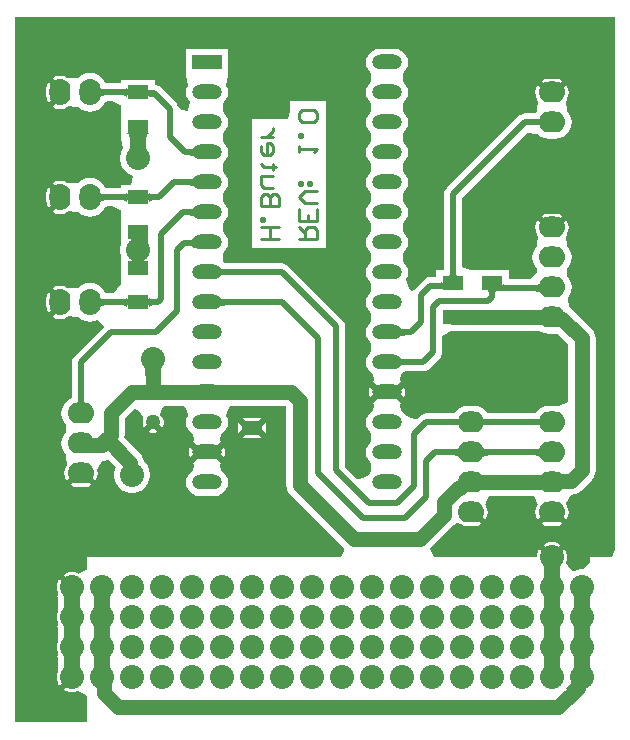
<source format=gbl>
G04*
G04 #@! TF.GenerationSoftware,Altium Limited,Altium Designer,24.5.1 (21)*
G04*
G04 Layer_Physical_Order=2*
G04 Layer_Color=16711680*
%FSLAX44Y44*%
%MOMM*%
G71*
G04*
G04 #@! TF.SameCoordinates,4CF24129-FD56-4E2D-9210-4E3AEFEF1F0E*
G04*
G04*
G04 #@! TF.FilePolarity,Positive*
G04*
G01*
G75*
%ADD10C,0.2540*%
%ADD17C,1.2700*%
%ADD18C,2.0320*%
%ADD19C,1.2700*%
%ADD20R,2.5400X1.2700*%
%ADD21O,2.5400X1.2700*%
%ADD22O,2.2860X1.7780*%
%ADD23O,1.7780X2.2860*%
%ADD24R,1.8000X1.1500*%
%ADD25C,0.5080*%
G36*
X74554Y-58910D02*
X74720Y-59340D01*
X74996Y-59720D01*
X75382Y-60049D01*
X75880Y-60327D01*
X76487Y-60555D01*
X77205Y-60732D01*
X78034Y-60859D01*
X78973Y-60935D01*
X80022Y-60960D01*
Y-66040D01*
X78973Y-66065D01*
X78034Y-66141D01*
X77205Y-66268D01*
X76487Y-66445D01*
X75880Y-66673D01*
X75382Y-66951D01*
X74996Y-67280D01*
X74720Y-67660D01*
X74554Y-68090D01*
X74499Y-68571D01*
Y-58429D01*
X74554Y-58910D01*
D02*
G37*
G36*
X97741Y-68580D02*
X97690Y-68097D01*
X97537Y-67666D01*
X97281Y-67285D01*
X96923Y-66954D01*
X96463Y-66675D01*
X95901Y-66446D01*
X95237Y-66269D01*
X94470Y-66142D01*
X93602Y-66065D01*
X92631Y-66040D01*
Y-60960D01*
X93602Y-60935D01*
X94470Y-60858D01*
X95237Y-60731D01*
X95901Y-60554D01*
X96463Y-60325D01*
X96923Y-60046D01*
X97281Y-59715D01*
X97537Y-59334D01*
X97690Y-58903D01*
X97741Y-58420D01*
Y-68580D01*
D02*
G37*
G36*
X115666Y-60175D02*
X115807Y-60538D01*
X116042Y-60858D01*
X116372Y-61136D01*
X116795Y-61371D01*
X117313Y-61563D01*
X117925Y-61712D01*
X118630Y-61819D01*
X119430Y-61883D01*
X120324Y-61904D01*
Y-66984D01*
X119430Y-67006D01*
X118630Y-67070D01*
X117925Y-67176D01*
X117313Y-67326D01*
X116795Y-67518D01*
X116372Y-67753D01*
X116042Y-68030D01*
X115807Y-68350D01*
X115666Y-68713D01*
X115619Y-69119D01*
Y-59770D01*
X115666Y-60175D01*
D02*
G37*
G36*
X510540Y-450632D02*
X508000Y-457200D01*
X488950D01*
Y-460751D01*
X484101Y-467360D01*
X481099D01*
X478155Y-467946D01*
X476412Y-468668D01*
X475998Y-468580D01*
X473633Y-467530D01*
X469035Y-462102D01*
X469900Y-458872D01*
Y-455528D01*
X469035Y-452298D01*
X467812Y-450180D01*
X458996Y-458996D01*
X457200Y-457200D01*
X455404Y-458996D01*
X446588Y-450180D01*
X445365Y-452298D01*
X444500Y-455528D01*
Y-457200D01*
X356872D01*
X354335Y-451718D01*
X354124Y-449580D01*
X371852Y-431852D01*
X377079Y-427895D01*
X380316Y-429084D01*
X383096Y-430236D01*
X386080Y-430629D01*
X391160D01*
X394144Y-430236D01*
X396924Y-429084D01*
X397280Y-428812D01*
X389364Y-420896D01*
X392956Y-417304D01*
X400872Y-425219D01*
X401144Y-424864D01*
X402296Y-422084D01*
X402689Y-419100D01*
X402296Y-416116D01*
X401144Y-413336D01*
X400910Y-413030D01*
X400804Y-412753D01*
X403008Y-406568D01*
X404139Y-405229D01*
X441681D01*
X442812Y-406568D01*
X445015Y-412753D01*
X444910Y-413030D01*
X444676Y-413336D01*
X443524Y-416116D01*
X443131Y-419100D01*
X443524Y-422084D01*
X444676Y-424864D01*
X444948Y-425219D01*
X452864Y-417304D01*
X456456Y-420896D01*
X448540Y-428812D01*
X448896Y-429084D01*
X451676Y-430236D01*
X454660Y-430629D01*
X459740D01*
X462724Y-430236D01*
X465504Y-429084D01*
X465859Y-428812D01*
X457944Y-420896D01*
X461536Y-417304D01*
X469452Y-425219D01*
X469724Y-424864D01*
X470876Y-422084D01*
X471269Y-419100D01*
X470876Y-416116D01*
X469724Y-413336D01*
X469490Y-413030D01*
X469119Y-412052D01*
X469088Y-410799D01*
X473412Y-404257D01*
X476396Y-403864D01*
X479176Y-402712D01*
X481564Y-400880D01*
X490752Y-391692D01*
X492584Y-389304D01*
X493736Y-386524D01*
X494129Y-383540D01*
X494129Y-383540D01*
Y-271780D01*
X494129Y-271780D01*
X493736Y-268796D01*
X492584Y-266016D01*
X490752Y-263628D01*
X473944Y-246820D01*
X472702Y-245867D01*
X471652Y-243310D01*
X470942Y-239459D01*
X470699Y-237266D01*
X471943Y-235645D01*
X473350Y-232247D01*
X473830Y-228600D01*
X473350Y-224953D01*
X471943Y-221555D01*
X469703Y-218636D01*
Y-213164D01*
X471943Y-210245D01*
X473350Y-206847D01*
X473830Y-203200D01*
X473350Y-199553D01*
X471943Y-196155D01*
X469703Y-193237D01*
X469525Y-192517D01*
X469151Y-184762D01*
X469490Y-183870D01*
X469724Y-183564D01*
X470876Y-180784D01*
X471269Y-177800D01*
X470876Y-174816D01*
X469724Y-172036D01*
X469452Y-171681D01*
X461536Y-179596D01*
X457944Y-176004D01*
X465859Y-168088D01*
X465504Y-167816D01*
X462724Y-166664D01*
X459740Y-166271D01*
X454660D01*
X451676Y-166664D01*
X448896Y-167816D01*
X448541Y-168088D01*
X456456Y-176004D01*
X452864Y-179596D01*
X444948Y-171681D01*
X444676Y-172036D01*
X443524Y-174816D01*
X443131Y-177800D01*
X443524Y-180784D01*
X444676Y-183564D01*
X444910Y-183870D01*
X445249Y-184762D01*
X444875Y-192517D01*
X444696Y-193237D01*
X442457Y-196155D01*
X441050Y-199553D01*
X440569Y-203200D01*
X441050Y-206847D01*
X442457Y-210245D01*
X444697Y-213164D01*
Y-215726D01*
X444497Y-216011D01*
X438326Y-221654D01*
X420727D01*
X420585Y-221622D01*
X420480Y-221619D01*
Y-214170D01*
X392320D01*
Y-214170D01*
X388583D01*
X381066Y-211211D01*
Y-153044D01*
X436097Y-98012D01*
X444332Y-98389D01*
X444697Y-98863D01*
X447615Y-101103D01*
X451013Y-102510D01*
X454660Y-102991D01*
X459740D01*
X463387Y-102510D01*
X466785Y-101103D01*
X469703Y-98863D01*
X471943Y-95945D01*
X473350Y-92547D01*
X473830Y-88900D01*
X473350Y-85253D01*
X471943Y-81855D01*
X469703Y-78937D01*
X469525Y-78217D01*
X469151Y-70462D01*
X469490Y-69570D01*
X469724Y-69264D01*
X470876Y-66484D01*
X471269Y-63500D01*
X470876Y-60516D01*
X469724Y-57736D01*
X469452Y-57380D01*
X461536Y-65296D01*
X457944Y-61704D01*
X465859Y-53788D01*
X465504Y-53516D01*
X462724Y-52364D01*
X459740Y-51971D01*
X454660D01*
X451676Y-52364D01*
X448896Y-53516D01*
X448541Y-53788D01*
X456456Y-61704D01*
X452864Y-65296D01*
X444948Y-57380D01*
X444676Y-57736D01*
X443524Y-60516D01*
X443131Y-63500D01*
X443524Y-66484D01*
X444676Y-69264D01*
X444910Y-69570D01*
X445249Y-70462D01*
X444875Y-78217D01*
X444696Y-78937D01*
X442864Y-81324D01*
X434230D01*
X432241Y-81586D01*
X430387Y-82354D01*
X428795Y-83575D01*
X367945Y-144425D01*
X366724Y-146017D01*
X365956Y-147871D01*
X365694Y-149860D01*
Y-213923D01*
X365662Y-214064D01*
X365659Y-214170D01*
X359300D01*
Y-219820D01*
X359195Y-219822D01*
X359053Y-219854D01*
X354120D01*
X352131Y-220116D01*
X350277Y-220884D01*
X348685Y-222105D01*
X341165Y-229625D01*
X339944Y-231217D01*
X338973Y-231479D01*
X336783Y-229851D01*
X336373Y-229354D01*
X333834Y-221664D01*
X334986Y-218884D01*
X335379Y-215900D01*
X334986Y-212916D01*
X333834Y-210136D01*
X332002Y-207748D01*
X331998Y-207745D01*
X331408Y-205947D01*
Y-200453D01*
X331998Y-198655D01*
X332002Y-198652D01*
X333834Y-196264D01*
X334986Y-193484D01*
X335379Y-190500D01*
X334986Y-187516D01*
X333834Y-184736D01*
X332002Y-182348D01*
X331998Y-182345D01*
X331408Y-180547D01*
Y-175053D01*
X331998Y-173255D01*
X332002Y-173252D01*
X333834Y-170864D01*
X334986Y-168084D01*
X335379Y-165100D01*
X334986Y-162116D01*
X333834Y-159336D01*
X332002Y-156948D01*
X331998Y-156945D01*
X331408Y-155147D01*
Y-149653D01*
X331998Y-147855D01*
X332002Y-147852D01*
X333834Y-145464D01*
X334986Y-142684D01*
X335379Y-139700D01*
X334986Y-136716D01*
X333834Y-133936D01*
X332002Y-131548D01*
X331998Y-131545D01*
X331408Y-129747D01*
Y-124253D01*
X331998Y-122455D01*
X332002Y-122452D01*
X333834Y-120064D01*
X334986Y-117284D01*
X335379Y-114300D01*
X334986Y-111316D01*
X333834Y-108536D01*
X332002Y-106148D01*
X331998Y-106145D01*
X331408Y-104347D01*
Y-98853D01*
X331998Y-97055D01*
X332002Y-97052D01*
X333834Y-94664D01*
X334986Y-91884D01*
X335379Y-88900D01*
X334986Y-85916D01*
X333834Y-83136D01*
X332002Y-80748D01*
X331998Y-80745D01*
X331408Y-78947D01*
Y-73453D01*
X331998Y-71655D01*
X332002Y-71652D01*
X333834Y-69264D01*
X334986Y-66484D01*
X335379Y-63500D01*
X334986Y-60516D01*
X333834Y-57736D01*
X332002Y-55348D01*
X331998Y-55345D01*
X331408Y-53547D01*
Y-48053D01*
X331998Y-46255D01*
X332002Y-46252D01*
X333834Y-43864D01*
X334986Y-41084D01*
X335379Y-38100D01*
X334986Y-35116D01*
X333834Y-32336D01*
X332002Y-29948D01*
X329614Y-28116D01*
X326834Y-26964D01*
X323850Y-26571D01*
X311150D01*
X308166Y-26964D01*
X305386Y-28116D01*
X302998Y-29948D01*
X301166Y-32336D01*
X300014Y-35116D01*
X299621Y-38100D01*
X300014Y-41084D01*
X301166Y-43864D01*
X302998Y-46252D01*
X303002Y-46255D01*
X303592Y-48053D01*
Y-53547D01*
X303002Y-55345D01*
X302998Y-55348D01*
X301166Y-57736D01*
X300014Y-60516D01*
X299621Y-63500D01*
X300014Y-66484D01*
X301166Y-69264D01*
X302998Y-71652D01*
X303002Y-71655D01*
X303592Y-73453D01*
Y-78947D01*
X303002Y-80745D01*
X302998Y-80748D01*
X301166Y-83136D01*
X300014Y-85916D01*
X299621Y-88900D01*
X300014Y-91884D01*
X301166Y-94664D01*
X302998Y-97052D01*
X303002Y-97055D01*
X303592Y-98853D01*
Y-104347D01*
X303002Y-106145D01*
X302998Y-106148D01*
X301166Y-108536D01*
X300014Y-111316D01*
X299621Y-114300D01*
X300014Y-117284D01*
X301166Y-120064D01*
X302998Y-122452D01*
X303002Y-122455D01*
X303592Y-124253D01*
Y-129747D01*
X303002Y-131545D01*
X302998Y-131548D01*
X301166Y-133936D01*
X300014Y-136716D01*
X299621Y-139700D01*
X300014Y-142684D01*
X301166Y-145464D01*
X302998Y-147852D01*
X303002Y-147855D01*
X303592Y-149653D01*
Y-155147D01*
X303002Y-156945D01*
X302998Y-156948D01*
X301166Y-159336D01*
X300014Y-162116D01*
X299621Y-165100D01*
X300014Y-168084D01*
X301166Y-170864D01*
X302998Y-173252D01*
X303002Y-173255D01*
X303592Y-175053D01*
Y-180547D01*
X303002Y-182345D01*
X302998Y-182348D01*
X301166Y-184736D01*
X300014Y-187516D01*
X299621Y-190500D01*
X300014Y-193484D01*
X301166Y-196264D01*
X302998Y-198652D01*
X303002Y-198655D01*
X303592Y-200453D01*
Y-205947D01*
X303002Y-207745D01*
X302998Y-207748D01*
X301166Y-210136D01*
X300014Y-212916D01*
X299621Y-215900D01*
X300014Y-218884D01*
X301166Y-221664D01*
X302998Y-224052D01*
X303002Y-224055D01*
X303592Y-225853D01*
Y-231347D01*
X303002Y-233145D01*
X302998Y-233148D01*
X301166Y-235536D01*
X300014Y-238316D01*
X299621Y-241300D01*
X300014Y-244284D01*
X301166Y-247064D01*
X302998Y-249452D01*
X303002Y-249455D01*
X303592Y-251253D01*
Y-256747D01*
X303002Y-258545D01*
X302998Y-258548D01*
X301166Y-260936D01*
X300014Y-263716D01*
X299621Y-266700D01*
X300014Y-269684D01*
X301166Y-272464D01*
X302998Y-274852D01*
X303002Y-274855D01*
X303592Y-276653D01*
Y-282147D01*
X303002Y-283945D01*
X302998Y-283948D01*
X301166Y-286336D01*
X300014Y-289116D01*
X299621Y-292100D01*
X300014Y-295084D01*
X301166Y-297864D01*
X302998Y-300252D01*
X305386Y-302084D01*
X306169Y-306762D01*
X306048Y-308806D01*
X312946Y-315704D01*
X311150Y-317500D01*
X312946Y-319296D01*
X306048Y-326194D01*
X306169Y-328238D01*
X305386Y-332916D01*
X302998Y-334748D01*
X301166Y-337136D01*
X300014Y-339916D01*
X299621Y-342900D01*
X300014Y-345884D01*
X301166Y-348664D01*
X302998Y-351052D01*
X303002Y-351055D01*
X303592Y-352853D01*
Y-358347D01*
X303002Y-360145D01*
X302998Y-360148D01*
X301166Y-362536D01*
X300014Y-365316D01*
X299621Y-368300D01*
X300014Y-371284D01*
X301166Y-374064D01*
X302998Y-376452D01*
X303002Y-376455D01*
X303592Y-378253D01*
Y-383747D01*
X303002Y-385545D01*
X302998Y-385548D01*
X301166Y-387936D01*
X300930Y-388505D01*
X294755Y-390694D01*
X292333Y-390683D01*
X282006Y-380356D01*
Y-261620D01*
X281744Y-259631D01*
X280976Y-257777D01*
X279755Y-256185D01*
X279755Y-256185D01*
X234035Y-210465D01*
X232443Y-209244D01*
X230589Y-208476D01*
X228600Y-208214D01*
X179960D01*
X179602Y-207748D01*
X179598Y-207745D01*
X179007Y-205947D01*
Y-200453D01*
X179598Y-198655D01*
X179602Y-198652D01*
X181434Y-196264D01*
X182586Y-193484D01*
X182979Y-190500D01*
X182586Y-187516D01*
X181434Y-184736D01*
X179602Y-182348D01*
X179598Y-182345D01*
X179007Y-180547D01*
Y-175053D01*
X179598Y-173255D01*
X179602Y-173252D01*
X181434Y-170864D01*
X182586Y-168084D01*
X182979Y-165100D01*
X182586Y-162116D01*
X181434Y-159336D01*
X179602Y-156948D01*
X179598Y-156945D01*
X179007Y-155147D01*
Y-149653D01*
X179598Y-147855D01*
X179602Y-147852D01*
X181434Y-145464D01*
X182586Y-142684D01*
X182979Y-139700D01*
X182586Y-136716D01*
X181434Y-133936D01*
X179602Y-131548D01*
X179598Y-131545D01*
X179007Y-129747D01*
Y-124253D01*
X179598Y-122455D01*
X179602Y-122452D01*
X181434Y-120064D01*
X182586Y-117284D01*
X182979Y-114300D01*
X182586Y-111316D01*
X181434Y-108536D01*
X179602Y-106148D01*
X179598Y-106145D01*
X179007Y-104347D01*
Y-98853D01*
X179598Y-97055D01*
X179602Y-97052D01*
X181434Y-94664D01*
X182586Y-91884D01*
X182979Y-88900D01*
X182586Y-85916D01*
X181434Y-83136D01*
X179602Y-80748D01*
X179598Y-80745D01*
X179007Y-78947D01*
Y-73453D01*
X179598Y-71655D01*
X179602Y-71652D01*
X181434Y-69264D01*
X182586Y-66484D01*
X182979Y-63500D01*
X182586Y-60516D01*
X181434Y-57736D01*
X180985Y-57150D01*
X182880Y-49530D01*
X182880Y-48259D01*
Y-26670D01*
X147320D01*
Y-48259D01*
X147320Y-49530D01*
X149215Y-57150D01*
X148766Y-57736D01*
X147614Y-60516D01*
X147221Y-63500D01*
X147614Y-66484D01*
X148766Y-69264D01*
X150598Y-71652D01*
X149244Y-78580D01*
X148656Y-79168D01*
X144137Y-78161D01*
X140866Y-76183D01*
X140774Y-75481D01*
X140006Y-73627D01*
X138785Y-72035D01*
X125759Y-59010D01*
X124167Y-57788D01*
X122313Y-57020D01*
X120974Y-56844D01*
X120760Y-56796D01*
Y-52670D01*
X92600D01*
Y-55780D01*
X92495Y-55782D01*
X92354Y-55814D01*
X80291D01*
X80147Y-55782D01*
X79244Y-55760D01*
X78999Y-55740D01*
X78243Y-53915D01*
X76003Y-50996D01*
X73085Y-48757D01*
X69687Y-47350D01*
X66040Y-46870D01*
X62393Y-47350D01*
X58995Y-48757D01*
X56076Y-50996D01*
X55357Y-51175D01*
X47602Y-51549D01*
X46710Y-51210D01*
X46404Y-50976D01*
X43624Y-49824D01*
X40640Y-49431D01*
X37656Y-49824D01*
X34876Y-50976D01*
X34520Y-51248D01*
X42436Y-59164D01*
X38844Y-62756D01*
X30928Y-54840D01*
X30656Y-55196D01*
X29504Y-57976D01*
X29111Y-60960D01*
Y-66040D01*
X29504Y-69024D01*
X30656Y-71804D01*
X30928Y-72159D01*
X38844Y-64244D01*
X42436Y-67836D01*
X34520Y-75752D01*
X34876Y-76024D01*
X37656Y-77176D01*
X40640Y-77569D01*
X43624Y-77176D01*
X46404Y-76024D01*
X46710Y-75790D01*
X47602Y-75451D01*
X55357Y-75825D01*
X56076Y-76004D01*
X58995Y-78243D01*
X62393Y-79650D01*
X66040Y-80131D01*
X69687Y-79650D01*
X73085Y-78243D01*
X76003Y-76003D01*
X78243Y-73085D01*
X78999Y-71260D01*
X79244Y-71240D01*
X80147Y-71218D01*
X80291Y-71186D01*
X84994D01*
X90103Y-73109D01*
X92600Y-74330D01*
Y-81670D01*
X92600Y-81950D01*
Y-97872D01*
X92531Y-98219D01*
X92600Y-103330D01*
X93984Y-110950D01*
X93174Y-112161D01*
X92026Y-114935D01*
X91440Y-117879D01*
Y-120881D01*
X92026Y-123825D01*
X93174Y-126599D01*
X94842Y-129095D01*
X96965Y-131218D01*
X99461Y-132886D01*
X102235Y-134034D01*
X101060Y-141570D01*
X92600D01*
Y-144679D01*
X92495Y-144682D01*
X92354Y-144714D01*
X80291D01*
X80147Y-144682D01*
X79244Y-144660D01*
X78999Y-144640D01*
X78243Y-142815D01*
X76003Y-139896D01*
X73085Y-137657D01*
X69687Y-136250D01*
X66040Y-135770D01*
X62393Y-136250D01*
X58995Y-137657D01*
X56076Y-139896D01*
X55357Y-140075D01*
X47602Y-140449D01*
X46710Y-140110D01*
X46404Y-139876D01*
X43624Y-138724D01*
X40640Y-138331D01*
X37656Y-138724D01*
X34876Y-139876D01*
X34520Y-140148D01*
X42436Y-148064D01*
X38844Y-151656D01*
X30928Y-143741D01*
X30656Y-144096D01*
X29504Y-146876D01*
X29111Y-149860D01*
Y-154940D01*
X29504Y-157924D01*
X30656Y-160704D01*
X30928Y-161059D01*
X38844Y-153144D01*
X42436Y-156736D01*
X34520Y-164652D01*
X34876Y-164924D01*
X37656Y-166076D01*
X40640Y-166469D01*
X43624Y-166076D01*
X46404Y-164924D01*
X46710Y-164690D01*
X47602Y-164351D01*
X55357Y-164725D01*
X56076Y-164904D01*
X58995Y-167143D01*
X62393Y-168550D01*
X66040Y-169030D01*
X69687Y-168550D01*
X73085Y-167143D01*
X76003Y-164904D01*
X78243Y-161985D01*
X78999Y-160160D01*
X79244Y-160140D01*
X80147Y-160118D01*
X80291Y-160086D01*
X84994D01*
X90103Y-162010D01*
X92600Y-163230D01*
Y-170570D01*
X92600Y-170850D01*
Y-191018D01*
X92026Y-192405D01*
X91440Y-195349D01*
Y-198351D01*
X92026Y-201295D01*
X92600Y-202682D01*
Y-223130D01*
X92600D01*
Y-226096D01*
X86282Y-233614D01*
X80291D01*
X80147Y-233582D01*
X79244Y-233560D01*
X78999Y-233540D01*
X78243Y-231715D01*
X76003Y-228797D01*
X73085Y-226557D01*
X69687Y-225150D01*
X66040Y-224669D01*
X62393Y-225150D01*
X58995Y-226557D01*
X56076Y-228797D01*
X55357Y-228975D01*
X47602Y-229349D01*
X46710Y-229010D01*
X46404Y-228776D01*
X43624Y-227624D01*
X40640Y-227231D01*
X37656Y-227624D01*
X34876Y-228776D01*
X34520Y-229048D01*
X42436Y-236964D01*
X38844Y-240556D01*
X30928Y-232640D01*
X30656Y-232996D01*
X29504Y-235776D01*
X29111Y-238760D01*
Y-243840D01*
X29504Y-246824D01*
X30656Y-249604D01*
X30928Y-249959D01*
X38844Y-242044D01*
X42436Y-245636D01*
X34520Y-253552D01*
X34876Y-253824D01*
X37656Y-254976D01*
X40640Y-255369D01*
X43624Y-254976D01*
X46404Y-253824D01*
X46710Y-253590D01*
X47602Y-253251D01*
X55357Y-253625D01*
X56076Y-253804D01*
X58995Y-256043D01*
X62393Y-257450D01*
X66040Y-257931D01*
X69687Y-257450D01*
X73085Y-256043D01*
X77503Y-262147D01*
X52985Y-286665D01*
X51764Y-288257D01*
X50996Y-290111D01*
X50734Y-292100D01*
Y-321029D01*
X50702Y-321173D01*
X50680Y-322076D01*
X50660Y-322321D01*
X48835Y-323077D01*
X45917Y-325317D01*
X43677Y-328235D01*
X42270Y-331633D01*
X41789Y-335280D01*
X42270Y-338927D01*
X43677Y-342325D01*
X45917Y-345243D01*
Y-350717D01*
X43677Y-353635D01*
X42270Y-357033D01*
X41789Y-360680D01*
X42270Y-364327D01*
X43677Y-367725D01*
X45917Y-370644D01*
X46095Y-371363D01*
X46469Y-379118D01*
X46130Y-380010D01*
X45896Y-380316D01*
X44744Y-383096D01*
X44351Y-386080D01*
X44744Y-389064D01*
X45896Y-391844D01*
X46168Y-392200D01*
X54084Y-384284D01*
X57676Y-387876D01*
X49760Y-395792D01*
X50116Y-396064D01*
X52896Y-397216D01*
X55880Y-397609D01*
X60960D01*
X63944Y-397216D01*
X66724Y-396064D01*
X67079Y-395792D01*
X59164Y-387876D01*
X62756Y-384284D01*
X70672Y-392200D01*
X70944Y-391844D01*
X72096Y-389064D01*
X72489Y-386080D01*
X72096Y-383096D01*
X76340Y-375756D01*
X81839Y-375003D01*
X87764Y-380928D01*
X86946Y-382905D01*
X86360Y-385849D01*
Y-388851D01*
X86946Y-391795D01*
X88095Y-394569D01*
X89762Y-397065D01*
X91885Y-399188D01*
X94381Y-400855D01*
X97155Y-402004D01*
X100099Y-402590D01*
X103101D01*
X106045Y-402004D01*
X108819Y-400855D01*
X111315Y-399188D01*
X113438Y-397065D01*
X115105Y-394569D01*
X116254Y-391795D01*
X116840Y-388851D01*
Y-385849D01*
X116254Y-382905D01*
X115105Y-380131D01*
X113438Y-377635D01*
X111499Y-375696D01*
X111278Y-374018D01*
X110126Y-371238D01*
X108294Y-368850D01*
X95039Y-355595D01*
X95349Y-353241D01*
X95349Y-353240D01*
Y-340055D01*
X103569Y-331835D01*
X106810Y-332218D01*
X107927Y-333288D01*
X110558Y-338420D01*
X110855Y-340369D01*
X110490Y-341730D01*
Y-344070D01*
X111096Y-346331D01*
X111557Y-347131D01*
X117584Y-341104D01*
X119380Y-342900D01*
X121176Y-341104D01*
X127203Y-347131D01*
X127664Y-346331D01*
X128270Y-344070D01*
Y-341730D01*
X127664Y-339469D01*
X126494Y-337441D01*
X125701Y-336649D01*
X126280Y-333031D01*
X128374Y-329029D01*
X145771D01*
X146902Y-330368D01*
X149140Y-336649D01*
X148766Y-337136D01*
X147614Y-339916D01*
X147221Y-342900D01*
X147614Y-345884D01*
X148766Y-348664D01*
X150598Y-351052D01*
X152986Y-352884D01*
X153769Y-357562D01*
X153648Y-359606D01*
X160546Y-366504D01*
X158750Y-368300D01*
X160546Y-370096D01*
X153648Y-376994D01*
X153769Y-379038D01*
X152986Y-383716D01*
X150598Y-385548D01*
X148766Y-387936D01*
X147614Y-390716D01*
X147221Y-393700D01*
X147614Y-396684D01*
X148766Y-399464D01*
X150598Y-401852D01*
X152986Y-403684D01*
X155766Y-404836D01*
X158750Y-405229D01*
X171450D01*
X174434Y-404836D01*
X177214Y-403684D01*
X179602Y-401852D01*
X181434Y-399464D01*
X182586Y-396684D01*
X182979Y-393700D01*
X182586Y-390716D01*
X181434Y-387936D01*
X179602Y-385548D01*
X177214Y-383716D01*
X176431Y-379038D01*
X176552Y-376994D01*
X169654Y-370096D01*
X171450Y-368300D01*
X169654Y-366504D01*
X176552Y-359606D01*
X176431Y-357562D01*
X177214Y-352884D01*
X179602Y-351052D01*
X181434Y-348664D01*
X182586Y-345884D01*
X182979Y-342900D01*
X182586Y-339916D01*
X181434Y-337136D01*
X181060Y-336649D01*
X183298Y-330368D01*
X184429Y-329029D01*
X231625D01*
X232311Y-329715D01*
Y-396240D01*
X232704Y-399224D01*
X233856Y-402004D01*
X235688Y-404392D01*
X280876Y-449580D01*
X280665Y-451717D01*
X278128Y-457200D01*
X63500D01*
Y-466848D01*
X62880Y-467555D01*
X55880Y-470868D01*
X55702Y-470765D01*
X52472Y-469900D01*
X49128D01*
X45898Y-470765D01*
X43780Y-471988D01*
X52596Y-480804D01*
X49004Y-484396D01*
X40188Y-475580D01*
X38965Y-477698D01*
X38100Y-480928D01*
Y-484272D01*
X38965Y-487502D01*
X39051Y-487651D01*
X38903Y-487874D01*
X38787Y-488455D01*
X38578Y-489011D01*
X38592Y-489437D01*
X38509Y-489856D01*
X38624Y-490438D01*
X38644Y-491030D01*
X38819Y-491419D01*
X38903Y-491838D01*
X39032Y-492032D01*
X39241Y-495290D01*
X39206Y-496855D01*
X39107Y-498132D01*
X39061Y-498471D01*
X39047Y-498546D01*
X38903Y-498762D01*
X38819Y-499181D01*
X38644Y-499570D01*
X38624Y-500163D01*
X38509Y-500744D01*
X38592Y-501163D01*
X38578Y-501589D01*
X38787Y-502145D01*
X38903Y-502726D01*
X39051Y-502949D01*
X38965Y-503098D01*
X38100Y-506328D01*
Y-509672D01*
X38965Y-512902D01*
X39051Y-513051D01*
X38903Y-513274D01*
X38787Y-513855D01*
X38578Y-514411D01*
X38592Y-514837D01*
X38509Y-515256D01*
X38624Y-515838D01*
X38644Y-516430D01*
X38819Y-516819D01*
X38903Y-517238D01*
X39032Y-517432D01*
X39241Y-520690D01*
X39206Y-522255D01*
X39107Y-523532D01*
X39061Y-523871D01*
X39047Y-523946D01*
X38903Y-524162D01*
X38819Y-524581D01*
X38644Y-524970D01*
X38624Y-525563D01*
X38509Y-526144D01*
X38592Y-526563D01*
X38578Y-526989D01*
X38787Y-527545D01*
X38903Y-528126D01*
X39051Y-528349D01*
X38965Y-528498D01*
X38100Y-531728D01*
Y-535072D01*
X38965Y-538302D01*
X39051Y-538451D01*
X38903Y-538674D01*
X38787Y-539255D01*
X38578Y-539811D01*
X38592Y-540237D01*
X38509Y-540656D01*
X38624Y-541237D01*
X38644Y-541830D01*
X38819Y-542219D01*
X38903Y-542638D01*
X39032Y-542832D01*
X39241Y-546090D01*
X39206Y-547655D01*
X39107Y-548932D01*
X39061Y-549271D01*
X39047Y-549346D01*
X38903Y-549562D01*
X38819Y-549981D01*
X38644Y-550370D01*
X38624Y-550962D01*
X38509Y-551544D01*
X38592Y-551963D01*
X38578Y-552389D01*
X38787Y-552945D01*
X38903Y-553526D01*
X39051Y-553749D01*
X38965Y-553898D01*
X38100Y-557128D01*
Y-560472D01*
X38965Y-563702D01*
X40188Y-565820D01*
X49004Y-557004D01*
X52596Y-560596D01*
X43780Y-569412D01*
X45898Y-570634D01*
X49128Y-571500D01*
X52472D01*
X55702Y-570634D01*
X55880Y-570532D01*
X62880Y-573845D01*
X63500Y-574552D01*
Y-596900D01*
X2540D01*
Y0D01*
X510540D01*
Y-450632D01*
D02*
G37*
G36*
X115152Y-98347D02*
X114706Y-98728D01*
X114314Y-99362D01*
X113973Y-100252D01*
X113685Y-101395D01*
X113449Y-102792D01*
X113266Y-104443D01*
X113105Y-107560D01*
X113304Y-110682D01*
X113403Y-111201D01*
X113518Y-111614D01*
X113647Y-111922D01*
X113792Y-112124D01*
X99568D01*
X99713Y-111922D01*
X99842Y-111614D01*
X99957Y-111201D01*
X100056Y-110682D01*
X100140Y-110058D01*
X100261Y-108493D01*
X100271Y-108035D01*
X99911Y-102792D01*
X99675Y-101395D01*
X99387Y-100252D01*
X99046Y-99362D01*
X98653Y-98728D01*
X98208Y-98347D01*
X97711Y-98219D01*
X115649D01*
X115152Y-98347D01*
D02*
G37*
G36*
X154998Y-119356D02*
X154926Y-118878D01*
X154712Y-118450D01*
X154356Y-118073D01*
X153856Y-117746D01*
X153214Y-117469D01*
X152429Y-117243D01*
X151501Y-117066D01*
X150431Y-116941D01*
X149218Y-116865D01*
X147862Y-116840D01*
Y-111760D01*
X149218Y-111735D01*
X151501Y-111533D01*
X152429Y-111357D01*
X153214Y-111131D01*
X153856Y-110854D01*
X154356Y-110527D01*
X154712Y-110149D01*
X154926Y-109722D01*
X154998Y-109244D01*
Y-119356D01*
D02*
G37*
G36*
Y-144756D02*
X154926Y-144278D01*
X154712Y-143850D01*
X154356Y-143473D01*
X153856Y-143146D01*
X153214Y-142869D01*
X152429Y-142643D01*
X151501Y-142466D01*
X150431Y-142341D01*
X149218Y-142265D01*
X147862Y-142240D01*
Y-137160D01*
X149218Y-137135D01*
X151501Y-136933D01*
X152429Y-136757D01*
X153214Y-136531D01*
X153856Y-136254D01*
X154356Y-135927D01*
X154712Y-135549D01*
X154926Y-135122D01*
X154998Y-134644D01*
Y-144756D01*
D02*
G37*
G36*
X74554Y-147810D02*
X74720Y-148240D01*
X74996Y-148620D01*
X75382Y-148949D01*
X75880Y-149227D01*
X76487Y-149455D01*
X77205Y-149632D01*
X78034Y-149759D01*
X78973Y-149835D01*
X80022Y-149860D01*
Y-154940D01*
X78973Y-154965D01*
X78034Y-155041D01*
X77205Y-155168D01*
X76487Y-155345D01*
X75880Y-155573D01*
X75382Y-155851D01*
X74996Y-156180D01*
X74720Y-156560D01*
X74554Y-156990D01*
X74499Y-157471D01*
Y-147329D01*
X74554Y-147810D01*
D02*
G37*
G36*
X115670Y-147803D02*
X115823Y-148234D01*
X116079Y-148615D01*
X116437Y-148946D01*
X116897Y-149225D01*
X117459Y-149454D01*
X118123Y-149631D01*
X118890Y-149758D01*
X119759Y-149835D01*
X120730Y-149860D01*
Y-154940D01*
X119759Y-154965D01*
X118890Y-155042D01*
X118123Y-155169D01*
X117459Y-155346D01*
X116897Y-155575D01*
X116437Y-155854D01*
X116079Y-156185D01*
X115823Y-156566D01*
X115670Y-156997D01*
X115619Y-157480D01*
Y-147320D01*
X115670Y-147803D01*
D02*
G37*
G36*
X97741Y-157480D02*
X97690Y-156997D01*
X97537Y-156566D01*
X97281Y-156185D01*
X96923Y-155854D01*
X96463Y-155575D01*
X95901Y-155346D01*
X95237Y-155169D01*
X94470Y-155042D01*
X93602Y-154965D01*
X92631Y-154940D01*
Y-149860D01*
X93602Y-149835D01*
X94470Y-149758D01*
X95237Y-149631D01*
X95901Y-149454D01*
X96463Y-149225D01*
X96923Y-148946D01*
X97281Y-148615D01*
X97537Y-148234D01*
X97690Y-147803D01*
X97741Y-147320D01*
Y-157480D01*
D02*
G37*
G36*
X154998Y-170156D02*
X154926Y-169678D01*
X154712Y-169251D01*
X154356Y-168873D01*
X153856Y-168546D01*
X153214Y-168269D01*
X152429Y-168043D01*
X151501Y-167866D01*
X150431Y-167741D01*
X149218Y-167665D01*
X147862Y-167640D01*
Y-162560D01*
X149218Y-162535D01*
X151501Y-162334D01*
X152429Y-162157D01*
X153214Y-161931D01*
X153856Y-161654D01*
X154356Y-161327D01*
X154712Y-160949D01*
X154926Y-160522D01*
X154998Y-160044D01*
Y-170156D01*
D02*
G37*
G36*
X115649Y-187120D02*
X115429Y-187202D01*
X115231Y-187450D01*
X115057Y-187864D01*
X114906Y-188443D01*
X114778Y-189188D01*
X114674Y-190098D01*
X114535Y-192414D01*
X114488Y-195392D01*
X101788D01*
X101769Y-193815D01*
X101480Y-190080D01*
X101307Y-189167D01*
X101096Y-188419D01*
X100846Y-187838D01*
X100558Y-187422D01*
X100231Y-187173D01*
X99866Y-187089D01*
X115649Y-187120D01*
D02*
G37*
G36*
X155222Y-195780D02*
X154627Y-195326D01*
X154005Y-194921D01*
X153355Y-194563D01*
X152679Y-194252D01*
X151975Y-193990D01*
X151244Y-193775D01*
X150487Y-193608D01*
X149702Y-193489D01*
X148890Y-193417D01*
X148051Y-193393D01*
X147729Y-188313D01*
X149058Y-188288D01*
X151286Y-188087D01*
X152185Y-187911D01*
X152940Y-187684D01*
X153553Y-187407D01*
X154021Y-187080D01*
X154347Y-186703D01*
X154529Y-186275D01*
X154567Y-185797D01*
X155222Y-195780D01*
D02*
G37*
G36*
X375945Y-215166D02*
X376022Y-216029D01*
X376149Y-216791D01*
X376326Y-217452D01*
X376555Y-218011D01*
X376834Y-218468D01*
X377165Y-218823D01*
X377546Y-219077D01*
X377977Y-219230D01*
X378460Y-219280D01*
X368300D01*
X368783Y-219230D01*
X369214Y-219077D01*
X369595Y-218823D01*
X369926Y-218468D01*
X370205Y-218011D01*
X370434Y-217452D01*
X370611Y-216791D01*
X370738Y-216029D01*
X370815Y-215166D01*
X370840Y-214200D01*
X375920D01*
X375945Y-215166D01*
D02*
G37*
G36*
X364411Y-230720D02*
X364360Y-230598D01*
X364207Y-230489D01*
X363953Y-230393D01*
X363598Y-230310D01*
X363140Y-230240D01*
X361921Y-230138D01*
X359330Y-230080D01*
Y-225000D01*
X360300Y-224975D01*
X361167Y-224898D01*
X361933Y-224771D01*
X362597Y-224594D01*
X363159Y-224365D01*
X363619Y-224086D01*
X363977Y-223755D01*
X364234Y-223374D01*
X364388Y-222943D01*
X364441Y-222460D01*
X364411Y-230720D01*
D02*
G37*
G36*
X415392Y-224743D02*
X415547Y-225174D01*
X415804Y-225555D01*
X416162Y-225886D01*
X416623Y-226165D01*
X417184Y-226394D01*
X417848Y-226571D01*
X418614Y-226698D01*
X419481Y-226775D01*
X420449Y-226800D01*
Y-231880D01*
X415369Y-230720D01*
X415339Y-224260D01*
X415392Y-224743D01*
D02*
G37*
G36*
X447999Y-234401D02*
X447886Y-233922D01*
X447649Y-233493D01*
X447289Y-233115D01*
X446806Y-232787D01*
X446199Y-232510D01*
X445469Y-232283D01*
X444616Y-232107D01*
X443640Y-231981D01*
X442540Y-231905D01*
X441317Y-231880D01*
X440868Y-226800D01*
X442072Y-226775D01*
X444084Y-226573D01*
X444892Y-226396D01*
X445567Y-226169D01*
X446110Y-225891D01*
X446521Y-225562D01*
X446800Y-225184D01*
X446947Y-224754D01*
X446961Y-224274D01*
X447999Y-234401D01*
D02*
G37*
G36*
X410997Y-230740D02*
X410566Y-230893D01*
X410185Y-231149D01*
X409854Y-231507D01*
X409575Y-231967D01*
X409346Y-232529D01*
X409169Y-233193D01*
X409042Y-233960D01*
X408965Y-234828D01*
X408940Y-235800D01*
X403860D01*
X403835Y-234828D01*
X403758Y-233960D01*
X403631Y-233193D01*
X403454Y-232529D01*
X403225Y-231967D01*
X402946Y-231507D01*
X402615Y-231149D01*
X402234Y-230893D01*
X401803Y-230740D01*
X401320Y-230689D01*
X411480D01*
X410997Y-230740D01*
D02*
G37*
G36*
X175279Y-236722D02*
X175509Y-237150D01*
X175893Y-237527D01*
X176431Y-237854D01*
X177122Y-238131D01*
X177966Y-238357D01*
X178964Y-238533D01*
X180116Y-238659D01*
X182880Y-238760D01*
Y-243840D01*
X181421Y-243865D01*
X178964Y-244067D01*
X177966Y-244243D01*
X177122Y-244469D01*
X176431Y-244746D01*
X175893Y-245073D01*
X175509Y-245450D01*
X175279Y-245878D01*
X175202Y-246356D01*
Y-236244D01*
X175279Y-236722D01*
D02*
G37*
G36*
X74554Y-236710D02*
X74720Y-237140D01*
X74996Y-237520D01*
X75382Y-237849D01*
X75880Y-238127D01*
X76487Y-238355D01*
X77205Y-238532D01*
X78034Y-238659D01*
X78973Y-238735D01*
X80022Y-238760D01*
Y-243840D01*
X78973Y-243865D01*
X78034Y-243941D01*
X77205Y-244068D01*
X76487Y-244245D01*
X75880Y-244473D01*
X75382Y-244751D01*
X74996Y-245080D01*
X74720Y-245460D01*
X74554Y-245890D01*
X74499Y-246371D01*
Y-236229D01*
X74554Y-236710D01*
D02*
G37*
G36*
X115670Y-236703D02*
X115823Y-237134D01*
X116079Y-237515D01*
X116437Y-237846D01*
X116897Y-238125D01*
X117459Y-238354D01*
X118123Y-238531D01*
X118890Y-238658D01*
X119759Y-238735D01*
X120730Y-238760D01*
Y-243840D01*
X119759Y-243865D01*
X118890Y-243942D01*
X118123Y-244069D01*
X117459Y-244246D01*
X116897Y-244475D01*
X116437Y-244754D01*
X116079Y-245085D01*
X115823Y-245466D01*
X115670Y-245897D01*
X115619Y-246380D01*
Y-236220D01*
X115670Y-236703D01*
D02*
G37*
G36*
X97741Y-246380D02*
X97690Y-245897D01*
X97537Y-245466D01*
X97281Y-245085D01*
X96923Y-244754D01*
X96463Y-244475D01*
X95901Y-244246D01*
X95237Y-244069D01*
X94470Y-243942D01*
X93602Y-243865D01*
X92631Y-243840D01*
Y-238760D01*
X93602Y-238735D01*
X94470Y-238658D01*
X95237Y-238531D01*
X95901Y-238354D01*
X96463Y-238125D01*
X96923Y-237846D01*
X97281Y-237515D01*
X97537Y-237134D01*
X97690Y-236703D01*
X97741Y-236220D01*
Y-246380D01*
D02*
G37*
G36*
X327674Y-262122D02*
X327888Y-262549D01*
X328244Y-262927D01*
X328744Y-263254D01*
X329386Y-263531D01*
X330171Y-263757D01*
X331099Y-263934D01*
X332169Y-264059D01*
X333382Y-264135D01*
X334738Y-264160D01*
Y-269240D01*
X333382Y-269265D01*
X331099Y-269466D01*
X330171Y-269643D01*
X329386Y-269869D01*
X328744Y-270146D01*
X328244Y-270473D01*
X327888Y-270851D01*
X327674Y-271278D01*
X327602Y-271756D01*
Y-261644D01*
X327674Y-262122D01*
D02*
G37*
G36*
X126347Y-297018D02*
X126218Y-297326D01*
X126103Y-297739D01*
X126004Y-298258D01*
X125920Y-298882D01*
X125799Y-300447D01*
X125730Y-303587D01*
X113030D01*
X113022Y-302435D01*
X112756Y-298258D01*
X112657Y-297739D01*
X112542Y-297326D01*
X112413Y-297018D01*
X112268Y-296816D01*
X126492D01*
X126347Y-297018D01*
D02*
G37*
G36*
X60985Y-322347D02*
X61061Y-323286D01*
X61188Y-324115D01*
X61365Y-324833D01*
X61593Y-325440D01*
X61871Y-325938D01*
X62200Y-326324D01*
X62580Y-326600D01*
X63010Y-326766D01*
X63491Y-326822D01*
X53349D01*
X53830Y-326766D01*
X54260Y-326600D01*
X54640Y-326324D01*
X54969Y-325938D01*
X55247Y-325440D01*
X55475Y-324833D01*
X55652Y-324115D01*
X55779Y-323286D01*
X55855Y-322347D01*
X55880Y-321298D01*
X60960D01*
X60985Y-322347D01*
D02*
G37*
G36*
X373380Y-265529D02*
X446736D01*
X447615Y-266203D01*
X451013Y-267610D01*
X454660Y-268090D01*
X459740D01*
X462273Y-267757D01*
X471071Y-276555D01*
Y-324557D01*
X470531Y-325331D01*
X463451Y-329316D01*
X463387Y-329290D01*
X459740Y-328810D01*
X454660D01*
X451013Y-329290D01*
X447615Y-330697D01*
X444697Y-332937D01*
X442949Y-335214D01*
X402871D01*
X401124Y-332937D01*
X398205Y-330697D01*
X394807Y-329290D01*
X391160Y-328810D01*
X386080D01*
X382433Y-329290D01*
X379035Y-330697D01*
X376116Y-332937D01*
X374369Y-335214D01*
X350520D01*
X348531Y-335476D01*
X346677Y-336244D01*
X345085Y-337465D01*
X345085Y-337465D01*
X342667Y-339883D01*
X340245Y-339894D01*
X334070Y-337705D01*
X333834Y-337136D01*
X332002Y-334748D01*
X329614Y-332916D01*
X328831Y-328238D01*
X328952Y-326194D01*
X322054Y-319296D01*
X323850Y-317500D01*
X322054Y-315704D01*
X328952Y-308806D01*
X328831Y-306762D01*
X329614Y-302084D01*
X332002Y-300252D01*
X332360Y-299786D01*
X347980D01*
X349969Y-299524D01*
X351823Y-298756D01*
X353415Y-297535D01*
X362195Y-288755D01*
X363416Y-287163D01*
X364184Y-285309D01*
X364315Y-284315D01*
X364446Y-283320D01*
X364446Y-283320D01*
Y-269829D01*
X372066Y-265356D01*
X373380Y-265529D01*
D02*
G37*
G36*
X447392Y-373361D02*
X447328Y-372882D01*
X447140Y-372453D01*
X446825Y-372075D01*
X446384Y-371747D01*
X445817Y-371470D01*
X445124Y-371243D01*
X444305Y-371067D01*
X443360Y-370941D01*
X442289Y-370865D01*
X441092Y-370840D01*
Y-365760D01*
X442289Y-365735D01*
X444305Y-365533D01*
X445124Y-365357D01*
X445817Y-365130D01*
X446384Y-364853D01*
X446825Y-364525D01*
X447140Y-364147D01*
X447328Y-363718D01*
X447392Y-363239D01*
Y-373361D01*
D02*
G37*
G36*
X398492Y-363718D02*
X398680Y-364147D01*
X398995Y-364525D01*
X399436Y-364853D01*
X400003Y-365130D01*
X400696Y-365357D01*
X401515Y-365533D01*
X402460Y-365659D01*
X403531Y-365735D01*
X404728Y-365760D01*
Y-370840D01*
X403531Y-370865D01*
X401515Y-371067D01*
X400696Y-371243D01*
X400003Y-371470D01*
X399436Y-371747D01*
X398995Y-372075D01*
X398680Y-372453D01*
X398492Y-372882D01*
X398428Y-373361D01*
Y-363239D01*
X398492Y-363718D01*
D02*
G37*
G36*
X378811Y-373361D02*
X378749Y-372882D01*
X378560Y-372453D01*
X378245Y-372075D01*
X377804Y-371747D01*
X377237Y-371470D01*
X376544Y-371243D01*
X375725Y-371067D01*
X374780Y-370941D01*
X373709Y-370865D01*
X372512Y-370840D01*
Y-365760D01*
X373709Y-365735D01*
X375725Y-365533D01*
X376544Y-365357D01*
X377237Y-365130D01*
X377804Y-364853D01*
X378245Y-364525D01*
X378560Y-364147D01*
X378749Y-363718D01*
X378811Y-363239D01*
Y-373361D01*
D02*
G37*
G36*
X464167Y-464658D02*
X464038Y-464966D01*
X463923Y-465379D01*
X463824Y-465898D01*
X463741Y-466522D01*
X463619Y-468087D01*
X463576Y-470019D01*
X463824Y-473902D01*
X463923Y-474421D01*
X464038Y-474834D01*
X464167Y-475142D01*
X464312Y-475344D01*
X450088D01*
X450233Y-475142D01*
X450362Y-474834D01*
X450477Y-474421D01*
X450576Y-473902D01*
X450659Y-473278D01*
X450781Y-471713D01*
X450824Y-469781D01*
X450576Y-465898D01*
X450477Y-465379D01*
X450362Y-464966D01*
X450233Y-464658D01*
X450088Y-464456D01*
X464312D01*
X464167Y-464658D01*
D02*
G37*
G36*
X489567Y-490058D02*
X489438Y-490366D01*
X489323Y-490779D01*
X489224Y-491298D01*
X489141Y-491922D01*
X489019Y-493487D01*
X488976Y-495419D01*
X489224Y-499302D01*
X489323Y-499821D01*
X489438Y-500234D01*
X489567Y-500542D01*
X489712Y-500744D01*
X475488D01*
X475633Y-500542D01*
X475762Y-500234D01*
X475877Y-499821D01*
X475976Y-499302D01*
X476059Y-498678D01*
X476181Y-497113D01*
X476224Y-495181D01*
X475976Y-491298D01*
X475877Y-490779D01*
X475762Y-490366D01*
X475633Y-490058D01*
X475488Y-489856D01*
X489712D01*
X489567Y-490058D01*
D02*
G37*
G36*
X464167D02*
X464038Y-490366D01*
X463923Y-490779D01*
X463824Y-491298D01*
X463741Y-491922D01*
X463619Y-493487D01*
X463576Y-495419D01*
X463824Y-499302D01*
X463923Y-499821D01*
X464038Y-500234D01*
X464167Y-500542D01*
X464312Y-500744D01*
X450088D01*
X450233Y-500542D01*
X450362Y-500234D01*
X450477Y-499821D01*
X450576Y-499302D01*
X450659Y-498678D01*
X450781Y-497113D01*
X450824Y-495181D01*
X450576Y-491298D01*
X450477Y-490779D01*
X450362Y-490366D01*
X450233Y-490058D01*
X450088Y-489856D01*
X464312D01*
X464167Y-490058D01*
D02*
G37*
G36*
X83167D02*
X83038Y-490366D01*
X82923Y-490779D01*
X82824Y-491298D01*
X82740Y-491922D01*
X82619Y-493487D01*
X82576Y-495419D01*
X82824Y-499302D01*
X82923Y-499821D01*
X83038Y-500234D01*
X83167Y-500542D01*
X83312Y-500744D01*
X69088D01*
X69233Y-500542D01*
X69362Y-500234D01*
X69477Y-499821D01*
X69576Y-499302D01*
X69660Y-498678D01*
X69781Y-497113D01*
X69824Y-495181D01*
X69576Y-491298D01*
X69477Y-490779D01*
X69362Y-490366D01*
X69233Y-490058D01*
X69088Y-489856D01*
X83312D01*
X83167Y-490058D01*
D02*
G37*
G36*
X57767D02*
X57638Y-490366D01*
X57523Y-490779D01*
X57424Y-491298D01*
X57340Y-491922D01*
X57219Y-493487D01*
X57176Y-495419D01*
X57424Y-499302D01*
X57523Y-499821D01*
X57638Y-500234D01*
X57767Y-500542D01*
X57912Y-500744D01*
X43688D01*
X43833Y-500542D01*
X43962Y-500234D01*
X44077Y-499821D01*
X44176Y-499302D01*
X44260Y-498678D01*
X44381Y-497113D01*
X44424Y-495181D01*
X44176Y-491298D01*
X44077Y-490779D01*
X43962Y-490366D01*
X43833Y-490058D01*
X43688Y-489856D01*
X57912D01*
X57767Y-490058D01*
D02*
G37*
G36*
X489567Y-515458D02*
X489438Y-515766D01*
X489323Y-516179D01*
X489224Y-516698D01*
X489141Y-517322D01*
X489019Y-518887D01*
X488976Y-520819D01*
X489224Y-524702D01*
X489323Y-525221D01*
X489438Y-525634D01*
X489567Y-525942D01*
X489712Y-526144D01*
X475488D01*
X475633Y-525942D01*
X475762Y-525634D01*
X475877Y-525221D01*
X475976Y-524702D01*
X476059Y-524078D01*
X476181Y-522513D01*
X476224Y-520581D01*
X475976Y-516698D01*
X475877Y-516179D01*
X475762Y-515766D01*
X475633Y-515458D01*
X475488Y-515256D01*
X489712D01*
X489567Y-515458D01*
D02*
G37*
G36*
X464167D02*
X464038Y-515766D01*
X463923Y-516179D01*
X463824Y-516698D01*
X463741Y-517322D01*
X463619Y-518887D01*
X463576Y-520819D01*
X463824Y-524702D01*
X463923Y-525221D01*
X464038Y-525634D01*
X464167Y-525942D01*
X464312Y-526144D01*
X450088D01*
X450233Y-525942D01*
X450362Y-525634D01*
X450477Y-525221D01*
X450576Y-524702D01*
X450659Y-524078D01*
X450781Y-522513D01*
X450824Y-520581D01*
X450576Y-516698D01*
X450477Y-516179D01*
X450362Y-515766D01*
X450233Y-515458D01*
X450088Y-515256D01*
X464312D01*
X464167Y-515458D01*
D02*
G37*
G36*
X83167D02*
X83038Y-515766D01*
X82923Y-516179D01*
X82824Y-516698D01*
X82740Y-517322D01*
X82619Y-518887D01*
X82576Y-520819D01*
X82824Y-524702D01*
X82923Y-525221D01*
X83038Y-525634D01*
X83167Y-525942D01*
X83312Y-526144D01*
X69088D01*
X69233Y-525942D01*
X69362Y-525634D01*
X69477Y-525221D01*
X69576Y-524702D01*
X69660Y-524078D01*
X69781Y-522513D01*
X69824Y-520581D01*
X69576Y-516698D01*
X69477Y-516179D01*
X69362Y-515766D01*
X69233Y-515458D01*
X69088Y-515256D01*
X83312D01*
X83167Y-515458D01*
D02*
G37*
G36*
X57767D02*
X57638Y-515766D01*
X57523Y-516179D01*
X57424Y-516698D01*
X57340Y-517322D01*
X57219Y-518887D01*
X57176Y-520819D01*
X57424Y-524702D01*
X57523Y-525221D01*
X57638Y-525634D01*
X57767Y-525942D01*
X57912Y-526144D01*
X43688D01*
X43833Y-525942D01*
X43962Y-525634D01*
X44077Y-525221D01*
X44176Y-524702D01*
X44260Y-524078D01*
X44381Y-522513D01*
X44424Y-520581D01*
X44176Y-516698D01*
X44077Y-516179D01*
X43962Y-515766D01*
X43833Y-515458D01*
X43688Y-515256D01*
X57912D01*
X57767Y-515458D01*
D02*
G37*
G36*
X489567Y-540858D02*
X489438Y-541166D01*
X489323Y-541579D01*
X489224Y-542098D01*
X489141Y-542722D01*
X489019Y-544287D01*
X488976Y-546219D01*
X489224Y-550102D01*
X489323Y-550621D01*
X489438Y-551034D01*
X489567Y-551342D01*
X489712Y-551544D01*
X475488D01*
X475633Y-551342D01*
X475762Y-551034D01*
X475877Y-550621D01*
X475976Y-550102D01*
X476059Y-549478D01*
X476181Y-547913D01*
X476224Y-545981D01*
X475976Y-542098D01*
X475877Y-541579D01*
X475762Y-541166D01*
X475633Y-540858D01*
X475488Y-540656D01*
X489712D01*
X489567Y-540858D01*
D02*
G37*
G36*
X464167D02*
X464038Y-541166D01*
X463923Y-541579D01*
X463824Y-542098D01*
X463741Y-542722D01*
X463619Y-544287D01*
X463576Y-546219D01*
X463824Y-550102D01*
X463923Y-550621D01*
X464038Y-551034D01*
X464167Y-551342D01*
X464312Y-551544D01*
X450088D01*
X450233Y-551342D01*
X450362Y-551034D01*
X450477Y-550621D01*
X450576Y-550102D01*
X450659Y-549478D01*
X450781Y-547913D01*
X450824Y-545981D01*
X450576Y-542098D01*
X450477Y-541579D01*
X450362Y-541166D01*
X450233Y-540858D01*
X450088Y-540656D01*
X464312D01*
X464167Y-540858D01*
D02*
G37*
G36*
X83167D02*
X83038Y-541166D01*
X82923Y-541579D01*
X82824Y-542098D01*
X82740Y-542722D01*
X82619Y-544287D01*
X82576Y-546219D01*
X82824Y-550102D01*
X82923Y-550621D01*
X83038Y-551034D01*
X83167Y-551342D01*
X83312Y-551544D01*
X69088D01*
X69233Y-551342D01*
X69362Y-551034D01*
X69477Y-550621D01*
X69576Y-550102D01*
X69660Y-549478D01*
X69781Y-547913D01*
X69824Y-545981D01*
X69576Y-542098D01*
X69477Y-541579D01*
X69362Y-541166D01*
X69233Y-540858D01*
X69088Y-540656D01*
X83312D01*
X83167Y-540858D01*
D02*
G37*
G36*
X57767D02*
X57638Y-541166D01*
X57523Y-541579D01*
X57424Y-542098D01*
X57340Y-542722D01*
X57219Y-544287D01*
X57176Y-546219D01*
X57424Y-550102D01*
X57523Y-550621D01*
X57638Y-551034D01*
X57767Y-551342D01*
X57912Y-551544D01*
X43688D01*
X43833Y-551342D01*
X43962Y-551034D01*
X44077Y-550621D01*
X44176Y-550102D01*
X44260Y-549478D01*
X44381Y-547913D01*
X44424Y-545981D01*
X44176Y-542098D01*
X44077Y-541579D01*
X43962Y-541166D01*
X43833Y-540858D01*
X43688Y-540656D01*
X57912D01*
X57767Y-540858D01*
D02*
G37*
G36*
X486134Y-568325D02*
X478636Y-576877D01*
X469444Y-568109D01*
X470243Y-567291D01*
X472069Y-565182D01*
X472487Y-564595D01*
X472810Y-564066D01*
X473037Y-563594D01*
X473169Y-563179D01*
X473206Y-562823D01*
X473147Y-562524D01*
X486134Y-568325D01*
D02*
G37*
%LPC*%
G36*
X265430Y-71155D02*
X234955D01*
Y-79299D01*
X233680Y-86390D01*
X227335Y-86390D01*
X203205D01*
Y-195580D01*
X227335D01*
X233680Y-195580D01*
X241300Y-195580D01*
X265430D01*
Y-71155D01*
D02*
G37*
G36*
X303294Y-313236D02*
X302489Y-315179D01*
X302183Y-317500D01*
X302489Y-319821D01*
X303294Y-321764D01*
X307558Y-317500D01*
X303294Y-313236D01*
D02*
G37*
G36*
X119380Y-346492D02*
X115149Y-350723D01*
X115949Y-351184D01*
X118210Y-351790D01*
X120550D01*
X122811Y-351184D01*
X123611Y-350723D01*
X119380Y-346492D01*
D02*
G37*
G36*
X214740Y-342802D02*
X210042Y-347500D01*
X214740Y-352198D01*
Y-342802D01*
D02*
G37*
G36*
X191660Y-342802D02*
Y-352198D01*
X196358Y-347500D01*
X191660Y-342802D01*
D02*
G37*
G36*
X211148Y-339210D02*
X195252D01*
X201746Y-345704D01*
X199950Y-347500D01*
X201746Y-349296D01*
X195252Y-355790D01*
X211148D01*
X204654Y-349296D01*
X206450Y-347500D01*
X204654Y-345704D01*
X211148Y-339210D01*
D02*
G37*
G36*
X179306Y-364036D02*
X175042Y-368300D01*
X179306Y-372564D01*
X180111Y-370621D01*
X180417Y-368300D01*
X180111Y-365979D01*
X179306Y-364036D01*
D02*
G37*
G36*
X150894D02*
X150089Y-365979D01*
X149783Y-368300D01*
X150089Y-370621D01*
X150894Y-372564D01*
X155158Y-368300D01*
X150894Y-364036D01*
D02*
G37*
G36*
X458872Y-444500D02*
X455528D01*
X452298Y-445365D01*
X450180Y-446588D01*
X457200Y-453608D01*
X464220Y-446588D01*
X462102Y-445365D01*
X458872Y-444500D01*
D02*
G37*
G36*
X331706Y-313236D02*
X327442Y-317500D01*
X331706Y-321764D01*
X332511Y-319821D01*
X332817Y-317500D01*
X332511Y-315179D01*
X331706Y-313236D01*
D02*
G37*
%LPD*%
D10*
X226060Y-187960D02*
X210825D01*
X218442D01*
Y-177803D01*
X226060D01*
X210825D01*
Y-172725D02*
X213364D01*
Y-170186D01*
X210825D01*
Y-172725D01*
X226060Y-160029D02*
X210825D01*
Y-152411D01*
X213364Y-149872D01*
X215903D01*
X218442Y-152411D01*
Y-160029D01*
Y-152411D01*
X220982Y-149872D01*
X223521D01*
X226060Y-152411D01*
Y-160029D01*
X220982Y-144794D02*
X213364D01*
X210825Y-142255D01*
Y-134637D01*
X220982D01*
X223521Y-127020D02*
X220982D01*
Y-129559D01*
Y-124480D01*
Y-127020D01*
X213364D01*
X210825Y-124480D01*
Y-109246D02*
Y-114324D01*
X213364Y-116863D01*
X218442D01*
X220982Y-114324D01*
Y-109246D01*
X218442Y-106706D01*
X215903D01*
Y-116863D01*
X220982Y-101628D02*
X210825D01*
X215903D01*
X218442Y-99089D01*
X220982Y-96550D01*
Y-94010D01*
X242575Y-187960D02*
X257810D01*
Y-180343D01*
X255271Y-177803D01*
X250193D01*
X247653Y-180343D01*
Y-187960D01*
Y-182882D02*
X242575Y-177803D01*
X257810Y-162568D02*
Y-172725D01*
X242575D01*
Y-162568D01*
X250193Y-172725D02*
Y-167647D01*
X257810Y-157490D02*
X247653D01*
X242575Y-152411D01*
X247653Y-147333D01*
X257810D01*
X252732Y-142255D02*
Y-139716D01*
X250193D01*
Y-142255D01*
X252732D01*
X245114D02*
Y-139716D01*
X242575D01*
Y-142255D01*
X245114D01*
X242575Y-114324D02*
Y-109246D01*
Y-111785D01*
X257810D01*
X255271Y-114324D01*
X242575Y-101628D02*
X245114D01*
Y-99089D01*
X242575D01*
Y-101628D01*
X255271Y-88932D02*
X257810Y-86393D01*
Y-81314D01*
X255271Y-78775D01*
X245114D01*
X242575Y-81314D01*
Y-86393D01*
X245114Y-88932D01*
X255271D01*
D17*
X100142Y-385892D02*
X101600Y-387350D01*
X80100Y-356960D02*
X100142Y-377002D01*
Y-385892D02*
Y-377002D01*
X76381Y-360680D02*
X83820Y-353241D01*
X59392Y-361652D02*
X75902D01*
X58420Y-360680D02*
X59392Y-361652D01*
X50800Y-508000D02*
Y-482600D01*
Y-533400D02*
Y-508000D01*
Y-558800D02*
Y-533400D01*
X457200Y-482600D02*
Y-457200D01*
X76200Y-508000D02*
Y-482600D01*
X89990Y-584200D02*
X462333D01*
X77658Y-571869D02*
X89990Y-584200D01*
X462333D02*
X478790Y-567743D01*
X76200Y-558800D02*
X77658Y-560258D01*
Y-571869D02*
Y-560258D01*
X482600Y-560862D02*
Y-558800D01*
Y-533400D01*
X478790Y-567743D02*
Y-564672D01*
X482600Y-560862D01*
Y-508000D02*
Y-482600D01*
Y-533400D02*
Y-508000D01*
X457200D02*
Y-482600D01*
Y-533400D02*
Y-508000D01*
Y-558800D02*
Y-533400D01*
X76200D02*
Y-508000D01*
Y-558800D02*
Y-533400D01*
X345440Y-441960D02*
X365760Y-421640D01*
X289560Y-441960D02*
X345440D01*
X243840Y-396240D02*
X289560Y-441960D01*
X243840Y-396240D02*
Y-324939D01*
X106680Y-119380D02*
Y-92500D01*
X457200Y-391353D02*
X458575Y-392728D01*
X454853Y-393700D02*
X457200Y-391353D01*
X106680Y-196850D02*
X108138Y-195392D01*
Y-181856D01*
X119380Y-317500D02*
Y-289560D01*
Y-317500D02*
X165100D01*
X101600D02*
X119380D01*
X83820Y-335280D02*
X101600Y-317500D01*
X165100D02*
X213360D01*
X83820Y-353241D02*
Y-335280D01*
X406400Y-254000D02*
X457200D01*
X373380D02*
X406400D01*
X465792Y-254972D02*
X482600Y-271780D01*
Y-383540D02*
Y-271780D01*
X457200Y-254000D02*
X458172Y-254972D01*
X465792D01*
X458575Y-392728D02*
X473412D01*
X482600Y-383540D01*
X390967Y-393700D02*
X454853D01*
X365760Y-410683D02*
X377663Y-398780D01*
X379625D01*
X365760Y-421640D02*
Y-410683D01*
X384705Y-393700D02*
X388620D01*
X379625Y-398780D02*
X384705Y-393700D01*
X213360Y-317500D02*
X236401D01*
X243840Y-324939D01*
D18*
X457200Y-457200D02*
D03*
X101600Y-387350D02*
D03*
Y-558800D02*
D03*
X127000D02*
D03*
X152400D02*
D03*
X177800D02*
D03*
X203200D02*
D03*
X228600D02*
D03*
X254000D02*
D03*
X279400D02*
D03*
X304800D02*
D03*
X330200D02*
D03*
X355600D02*
D03*
X381000D02*
D03*
X406400D02*
D03*
X431800D02*
D03*
X101600Y-533400D02*
D03*
X127000D02*
D03*
X152400D02*
D03*
X177800D02*
D03*
X203200D02*
D03*
X228600D02*
D03*
X254000D02*
D03*
X279400D02*
D03*
X304800D02*
D03*
X330200D02*
D03*
X355600D02*
D03*
X381000D02*
D03*
X406400D02*
D03*
X431800D02*
D03*
X101600Y-508000D02*
D03*
X127000D02*
D03*
X152400D02*
D03*
X177800D02*
D03*
X203200D02*
D03*
X228600D02*
D03*
X254000D02*
D03*
X279400D02*
D03*
X304800D02*
D03*
X330200D02*
D03*
X355600D02*
D03*
X381000D02*
D03*
X406400D02*
D03*
X431800D02*
D03*
Y-482600D02*
D03*
X406400D02*
D03*
X381000D02*
D03*
X355600D02*
D03*
X330200D02*
D03*
X304800D02*
D03*
X279400D02*
D03*
X254000D02*
D03*
X228600D02*
D03*
X203200D02*
D03*
X177800D02*
D03*
X152400D02*
D03*
X127000D02*
D03*
X101600D02*
D03*
X457200D02*
D03*
Y-508000D02*
D03*
Y-533400D02*
D03*
Y-558800D02*
D03*
X482600Y-482600D02*
D03*
Y-508000D02*
D03*
Y-533400D02*
D03*
Y-558800D02*
D03*
X76200D02*
D03*
Y-533400D02*
D03*
Y-508000D02*
D03*
Y-482600D02*
D03*
X50800Y-558800D02*
D03*
Y-533400D02*
D03*
Y-508000D02*
D03*
Y-482600D02*
D03*
X119380Y-289560D02*
D03*
X106680Y-196850D02*
D03*
Y-119380D02*
D03*
D19*
X119380Y-317500D02*
D03*
Y-342900D02*
D03*
D20*
X165100Y-38100D02*
D03*
D21*
Y-63500D02*
D03*
Y-88900D02*
D03*
Y-114300D02*
D03*
Y-139700D02*
D03*
Y-165100D02*
D03*
Y-190500D02*
D03*
Y-215900D02*
D03*
Y-241300D02*
D03*
Y-266700D02*
D03*
Y-292100D02*
D03*
Y-317500D02*
D03*
Y-342900D02*
D03*
Y-368300D02*
D03*
Y-393700D02*
D03*
X317500Y-38100D02*
D03*
Y-63500D02*
D03*
Y-88900D02*
D03*
Y-114300D02*
D03*
Y-139700D02*
D03*
Y-165100D02*
D03*
Y-190500D02*
D03*
Y-215900D02*
D03*
Y-241300D02*
D03*
Y-266700D02*
D03*
Y-292100D02*
D03*
Y-317500D02*
D03*
Y-342900D02*
D03*
Y-368300D02*
D03*
Y-393700D02*
D03*
D22*
X457200Y-63500D02*
D03*
Y-88900D02*
D03*
Y-419100D02*
D03*
Y-393700D02*
D03*
Y-368300D02*
D03*
Y-342900D02*
D03*
X58420Y-386080D02*
D03*
Y-360680D02*
D03*
Y-335280D02*
D03*
X457200Y-254000D02*
D03*
Y-228600D02*
D03*
Y-203200D02*
D03*
Y-177800D02*
D03*
X388620Y-419100D02*
D03*
Y-393700D02*
D03*
Y-368300D02*
D03*
Y-342900D02*
D03*
D23*
X40640Y-63500D02*
D03*
X66040D02*
D03*
X40640Y-241300D02*
D03*
X66040D02*
D03*
X40640Y-152400D02*
D03*
X66040D02*
D03*
D24*
X106680D02*
D03*
Y-181400D02*
D03*
Y-241300D02*
D03*
Y-212300D02*
D03*
X203200Y-317500D02*
D03*
Y-347500D02*
D03*
X373380Y-225000D02*
D03*
Y-254000D02*
D03*
X406400Y-225000D02*
D03*
Y-254000D02*
D03*
X106680Y-63500D02*
D03*
Y-92500D02*
D03*
D25*
X434230Y-89010D02*
X457090D01*
X373380Y-149860D02*
X434230Y-89010D01*
X373380Y-227540D02*
Y-149860D01*
X457090Y-89010D02*
X457200Y-88900D01*
X347980Y-292100D02*
X356760Y-283320D01*
X317500Y-292100D02*
X347980D01*
X356760Y-283320D02*
Y-245094D01*
X337820Y-266700D02*
X346600Y-257920D01*
X317500Y-266700D02*
X337820D01*
X457200Y-342900D02*
X458379D01*
X388620D02*
X457200D01*
X350520D02*
X388620D01*
X139700Y-248920D02*
Y-196850D01*
X145697Y-190853D01*
X164747D01*
X120324Y-64444D02*
X133350Y-77470D01*
Y-101600D02*
X146050Y-114300D01*
X133350Y-101600D02*
Y-77470D01*
X146050Y-114300D02*
X165100D01*
X350520Y-406400D02*
Y-375920D01*
X297180Y-424180D02*
X332740D01*
X350520Y-406400D01*
X274320Y-383540D02*
X302260Y-411480D01*
X325826D02*
X340360Y-396946D01*
X302260Y-411480D02*
X325826D01*
X259080Y-386080D02*
X297180Y-424180D01*
X274320Y-383540D02*
Y-261620D01*
X259080Y-386080D02*
Y-271780D01*
X165100Y-215900D02*
X228600D01*
X274320Y-261620D01*
X124460Y-152400D02*
X137160Y-139700D01*
X65706Y-152400D02*
X124460D01*
X137160Y-139700D02*
X165100D01*
X64363Y-241300D02*
X123588D01*
X126564Y-238324D02*
Y-183316D01*
X123588Y-241300D02*
X126564Y-238324D01*
X122275Y-266345D02*
X139700Y-248920D01*
X84175Y-266345D02*
X122275D01*
X58420Y-292100D02*
X84175Y-266345D01*
X58420Y-335280D02*
Y-292100D01*
X228600Y-241300D02*
X259080Y-271780D01*
X388620Y-368300D02*
X464922D01*
X406400Y-237054D02*
Y-227540D01*
X361824Y-240030D02*
X403424D01*
X356760Y-245094D02*
X361824Y-240030D01*
X403424D02*
X406400Y-237054D01*
X340360Y-396946D02*
Y-353060D01*
X350520Y-375920D02*
X358140Y-368300D01*
X388620D01*
X340360Y-353060D02*
X350520Y-342900D01*
X107693Y-64444D02*
X120324D01*
X105589Y-62341D02*
X107693Y-64444D01*
X66038Y-63500D02*
X106680D01*
X346600Y-257920D02*
Y-235060D01*
X354120Y-227540D02*
X373380D01*
X346600Y-235060D02*
X354120Y-227540D01*
X406400D02*
X408200Y-229340D01*
X452860D01*
X454660Y-231140D01*
X164747Y-190853D02*
X165100Y-190500D01*
X126564Y-183316D02*
X144780Y-165100D01*
X165100D01*
X177800Y-241300D02*
X228600D01*
M02*

</source>
